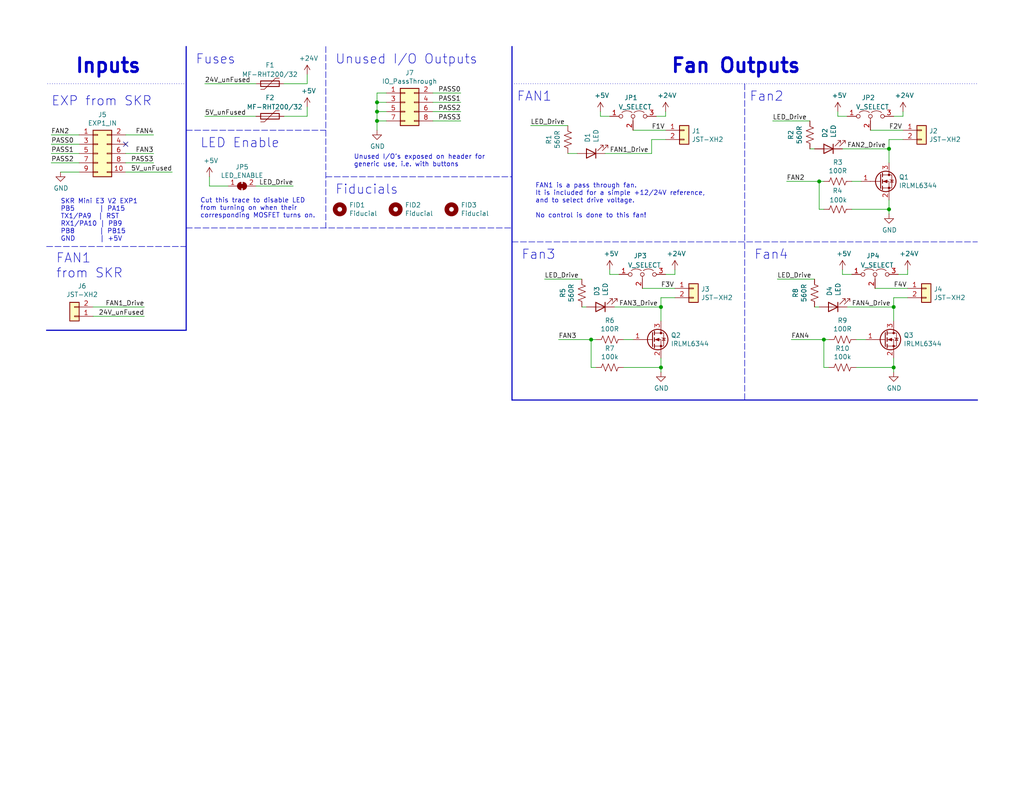
<source format=kicad_sch>
(kicad_sch (version 20211123) (generator eeschema)
  (paper "A")
  (title_block (title "SKR E3 Mini Fan Expander Lite") (date "2022-01-16") (rev "V1.0.4") (company "Voron Design") (comment 1 "Drawn by Dotdash32 (JDeW)"))
  (lib_symbols
    (symbol "Connector_Generic:Conn_01x02" (pin_names (offset 1.016) hide)
      (property "Reference" "J" (at 0 2.54 0))
      (property "Value" "Conn_01x02" (at 0 -5.08 0))
      (symbol "Conn_01x02_1_1"
        (rectangle (start -1.27 -2.413) (end 0 -2.667) (stroke (width 0.1524)))
        (rectangle (start -1.27 0.127) (end 0 -0.127) (stroke (width 0.1524)))
        (rectangle (start -1.27 1.27) (end 1.27 -3.81) (stroke (width 0.254)) (fill (type background)))
        (pin passive line (at -5.08 0 0) (length 3.81) (name "Pin_1") (number "1"))
        (pin passive line (at -5.08 -2.54 0) (length 3.81) (name "Pin_2") (number "2"))
      )
    )
    (symbol "Connector_Generic:Conn_02x04_Odd_Even" (pin_names (offset 1.016) hide)
      (property "Reference" "J" (at 1.27 5.08 0))
      (property "Value" "Conn_02x04_Odd_Even" (at 1.27 -7.62 0))
      (symbol "Conn_02x04_Odd_Even_1_1"
        (rectangle (start -1.27 -4.953) (end 0 -5.207) (stroke (width 0.1524)))
        (rectangle (start -1.27 -2.413) (end 0 -2.667) (stroke (width 0.1524)))
        (rectangle (start -1.27 0.127) (end 0 -0.127) (stroke (width 0.1524)))
        (rectangle (start -1.27 2.667) (end 0 2.413) (stroke (width 0.1524)))
        (rectangle (start -1.27 3.81) (end 3.81 -6.35) (stroke (width 0.254)) (fill (type background)))
        (rectangle (start 3.81 -4.953) (end 2.54 -5.207) (stroke (width 0.1524)))
        (rectangle (start 3.81 -2.413) (end 2.54 -2.667) (stroke (width 0.1524)))
        (rectangle (start 3.81 0.127) (end 2.54 -0.127) (stroke (width 0.1524)))
        (rectangle (start 3.81 2.667) (end 2.54 2.413) (stroke (width 0.1524)))
        (pin passive line (at -5.08 2.54 0) (length 3.81) (name "Pin_1") (number "1"))
        (pin passive line (at 7.62 2.54 180) (length 3.81) (name "Pin_2") (number "2"))
        (pin passive line (at -5.08 0 0) (length 3.81) (name "Pin_3") (number "3"))
        (pin passive line (at 7.62 0 180) (length 3.81) (name "Pin_4") (number "4"))
        (pin passive line (at -5.08 -2.54 0) (length 3.81) (name "Pin_5") (number "5"))
        (pin passive line (at 7.62 -2.54 180) (length 3.81) (name "Pin_6") (number "6"))
        (pin passive line (at -5.08 -5.08 0) (length 3.81) (name "Pin_7") (number "7"))
        (pin passive line (at 7.62 -5.08 180) (length 3.81) (name "Pin_8") (number "8"))
      )
    )
    (symbol "Connector_Generic:Conn_02x05_Odd_Even" (pin_names (offset 1.016) hide)
      (property "Reference" "J" (at 1.27 7.62 0))
      (property "Value" "Conn_02x05_Odd_Even" (at 1.27 -7.62 0))
      (symbol "Conn_02x05_Odd_Even_1_1"
        (rectangle (start -1.27 -4.953) (end 0 -5.207) (stroke (width 0.1524)))
        (rectangle (start -1.27 -2.413) (end 0 -2.667) (stroke (width 0.1524)))
        (rectangle (start -1.27 0.127) (end 0 -0.127) (stroke (width 0.1524)))
        (rectangle (start -1.27 2.667) (end 0 2.413) (stroke (width 0.1524)))
        (rectangle (start -1.27 5.207) (end 0 4.953) (stroke (width 0.1524)))
        (rectangle (start -1.27 6.35) (end 3.81 -6.35) (stroke (width 0.254)) (fill (type background)))
        (rectangle (start 3.81 -4.953) (end 2.54 -5.207) (stroke (width 0.1524)))
        (rectangle (start 3.81 -2.413) (end 2.54 -2.667) (stroke (width 0.1524)))
        (rectangle (start 3.81 0.127) (end 2.54 -0.127) (stroke (width 0.1524)))
        (rectangle (start 3.81 2.667) (end 2.54 2.413) (stroke (width 0.1524)))
        (rectangle (start 3.81 5.207) (end 2.54 4.953) (stroke (width 0.1524)))
        (pin passive line (at -5.08 5.08 0) (length 3.81) (name "Pin_1") (number "1"))
        (pin passive line (at 7.62 -5.08 180) (length 3.81) (name "Pin_10") (number "10"))
        (pin passive line (at 7.62 5.08 180) (length 3.81) (name "Pin_2") (number "2"))
        (pin passive line (at -5.08 2.54 0) (length 3.81) (name "Pin_3") (number "3"))
        (pin passive line (at 7.62 2.54 180) (length 3.81) (name "Pin_4") (number "4"))
        (pin passive line (at -5.08 0 0) (length 3.81) (name "Pin_5") (number "5"))
        (pin passive line (at 7.62 0 180) (length 3.81) (name "Pin_6") (number "6"))
        (pin passive line (at -5.08 -2.54 0) (length 3.81) (name "Pin_7") (number "7"))
        (pin passive line (at 7.62 -2.54 180) (length 3.81) (name "Pin_8") (number "8"))
        (pin passive line (at -5.08 -5.08 0) (length 3.81) (name "Pin_9") (number "9"))
      )
    )
    (symbol "Device:LED" (pin_numbers hide) (pin_names (offset 1.016) hide)
      (property "Reference" "D" (at 0 2.54 0))
      (property "Value" "LED" (at 0 -2.54 0))
      (symbol "LED_0_1"
        (polyline (pts (xy -1.27 -1.27) (xy -1.27 1.27)) (stroke (width 0.254)))
        (polyline (pts (xy -1.27 0) (xy 1.27 0)))
        (polyline (pts (xy 1.27 -1.27) (xy 1.27 1.27) (xy -1.27 0) (xy 1.27 -1.27)) (stroke (width 0.254)))
        (polyline (pts (xy -3.048 -0.762) (xy -4.572 -2.286) (xy -3.81 -2.286) (xy -4.572 -2.286) (xy -4.572 -1.524)))
        (polyline (pts (xy -1.778 -0.762) (xy -3.302 -2.286) (xy -2.54 -2.286) (xy -3.302 -2.286) (xy -3.302 -1.524)))
      )
      (symbol "LED_1_1"
        (pin passive line (at -3.81 0 0) (length 2.54) (name "K") (number "1"))
        (pin passive line (at 3.81 0 180) (length 2.54) (name "A") (number "2"))
      )
    )
    (symbol "Device:Polyfuse" (pin_numbers hide) (pin_names (offset 0))
      (property "Reference" "F" (at -2.54 0 90))
      (property "Value" "Polyfuse" (at 2.54 0 90))
      (symbol "Polyfuse_0_1"
        (rectangle (start -0.762 2.54) (end 0.762 -2.54) (stroke (width 0.254)))
        (polyline (pts (xy 0 2.54) (xy 0 -2.54)))
        (polyline (pts (xy -1.524 2.54) (xy -1.524 1.524) (xy 1.524 -1.524) (xy 1.524 -2.54)))
      )
      (symbol "Polyfuse_1_1"
        (pin passive line (at 0 3.81 270) (length 1.27) (name "~") (number "1"))
        (pin passive line (at 0 -3.81 90) (length 1.27) (name "~") (number "2"))
      )
    )
    (symbol "Device:Q_NMOS_GSD" (pin_names (offset 0) hide)
      (property "Reference" "Q" (at 5.08 1.27 0))
      (property "Value" "Q_NMOS_GSD" (at 5.08 -1.27 0))
      (symbol "Q_NMOS_GSD_0_1"
        (polyline (pts (xy 0.254 0) (xy -2.54 0)))
        (polyline (pts (xy 0.254 1.905) (xy 0.254 -1.905)) (stroke (width 0.254)))
        (polyline (pts (xy 0.762 -1.27) (xy 0.762 -2.286)) (stroke (width 0.254)))
        (polyline (pts (xy 0.762 0.508) (xy 0.762 -0.508)) (stroke (width 0.254)))
        (polyline (pts (xy 0.762 2.286) (xy 0.762 1.27)) (stroke (width 0.254)))
        (polyline (pts (xy 2.54 2.54) (xy 2.54 1.778)))
        (polyline (pts (xy 2.54 -2.54) (xy 2.54 0) (xy 0.762 0)))
        (polyline (pts (xy 0.762 -1.778) (xy 3.302 -1.778) (xy 3.302 1.778) (xy 0.762 1.778)))
        (polyline (pts (xy 1.016 0) (xy 2.032 0.381) (xy 2.032 -0.381) (xy 1.016 0)) (fill (type outline)))
        (polyline (pts (xy 2.794 0.508) (xy 2.921 0.381) (xy 3.683 0.381) (xy 3.81 0.254)))
        (polyline (pts (xy 3.302 0.381) (xy 2.921 -0.254) (xy 3.683 -0.254) (xy 3.302 0.381)))
        (circle (center 1.651 0) (radius 2.794) (stroke (width 0.254)))
        (circle (center 2.54 -1.778) (radius 0.254) (fill (type outline)))
        (circle (center 2.54 1.778) (radius 0.254) (fill (type outline)))
      )
      (symbol "Q_NMOS_GSD_1_1"
        (pin input line (at -5.08 0 0) (length 2.54) (name "G") (number "1"))
        (pin passive line (at 2.54 -5.08 90) (length 2.54) (name "S") (number "2"))
        (pin passive line (at 2.54 5.08 270) (length 2.54) (name "D") (number "3"))
      )
    )
    (symbol "Device:R_US" (pin_numbers hide) (pin_names (offset 0))
      (property "Reference" "R" (at 2.54 0 90))
      (property "Value" "R_US" (at -2.54 0 90))
      (symbol "R_US_0_1"
        (polyline (pts (xy 0 -2.286) (xy 0 -2.54)))
        (polyline (pts (xy 0 2.286) (xy 0 2.54)))
        (polyline (pts (xy 0 -0.762) (xy 1.016 -1.143) (xy 0 -1.524) (xy -1.016 -1.905) (xy 0 -2.286)))
        (polyline (pts (xy 0 0.762) (xy 1.016 0.381) (xy 0 0) (xy -1.016 -0.381) (xy 0 -0.762)))
        (polyline (pts (xy 0 2.286) (xy 1.016 1.905) (xy 0 1.524) (xy -1.016 1.143) (xy 0 0.762)))
      )
      (symbol "R_US_1_1"
        (pin passive line (at 0 3.81 270) (length 1.27) (name "~") (number "1"))
        (pin passive line (at 0 -3.81 90) (length 1.27) (name "~") (number "2"))
      )
    )
    (symbol "Jumper:Jumper_3_Open" (pin_names (offset 0) hide)
      (property "Reference" "JP" (at -2.54 -2.54 0))
      (property "Value" "Jumper_3_Open" (at 0 2.794 0))
      (symbol "Jumper_3_Open_0_0"
        (circle (center -3.302 0) (radius 0.508))
        (circle (center 0 0) (radius 0.508))
        (circle (center 3.302 0) (radius 0.508))
      )
      (symbol "Jumper_3_Open_0_1"
        (arc (start -0.254 1.016) (mid -1.651 1.4992) (end -3.048 1.016))
        (polyline (pts (xy 0 -0.508) (xy 0 -1.27)))
        (arc (start 3.048 1.016) (mid 1.651 1.4992) (end 0.254 1.016))
      )
      (symbol "Jumper_3_Open_1_1"
        (pin passive line (at -6.35 0 0) (length 2.54) (name "A") (number "1"))
        (pin input line (at 0 -3.81 90) (length 2.54) (name "C") (number "2"))
        (pin passive line (at 6.35 0 180) (length 2.54) (name "B") (number "3"))
      )
    )
    (symbol "Jumper:SolderJumper_2_Bridged" (pin_names (offset 0) hide)
      (property "Reference" "JP" (at 0 2.032 0))
      (property "Value" "SolderJumper_2_Bridged" (at 0 -2.54 0))
      (symbol "SolderJumper_2_Bridged_0_1"
        (rectangle (start -0.508 0.508) (end 0.508 -0.508) (fill (type outline)))
        (arc (start -0.254 1.016) (mid -1.27 0) (end -0.254 -1.016))
        (arc (start -0.254 1.016) (mid -1.27 0) (end -0.254 -1.016) (fill (type outline)))
        (polyline (pts (xy -0.254 1.016) (xy -0.254 -1.016)))
        (polyline (pts (xy 0.254 1.016) (xy 0.254 -1.016)))
        (arc (start 0.254 -1.016) (mid 1.27 0) (end 0.254 1.016))
        (arc (start 0.254 -1.016) (mid 1.27 0) (end 0.254 1.016) (fill (type outline)))
      )
      (symbol "SolderJumper_2_Bridged_1_1"
        (pin passive line (at -3.81 0 0) (length 2.54) (name "A") (number "1"))
        (pin passive line (at 3.81 0 180) (length 2.54) (name "B") (number "2"))
      )
    )
    (symbol "Mechanical:MountingHole" (pin_names (offset 1.016))
      (property "Reference" "H" (at 0 5.08 0))
      (property "Value" "MountingHole" (at 0 3.175 0))
      (symbol "MountingHole_0_1"
        (circle (center 0 0) (radius 1.27) (stroke (width 1.27)))
      )
    )
    (symbol "power:+24V" (power) (pin_names (offset 0))
      (property "Value" "+24V" (at 0 3.556 0))
      (symbol "+24V_0_1"
        (polyline (pts (xy -0.762 1.27) (xy 0 2.54)))
        (polyline (pts (xy 0 0) (xy 0 2.54)))
        (polyline (pts (xy 0 2.54) (xy 0.762 1.27)))
      )
      (symbol "+24V_1_1"
        (pin power_in line (at 0 0 90) (length 0) hide (name "+24V") (number "1"))
      )
    )
    (symbol "power:+5V" (power) (pin_names (offset 0))
      (property "Value" "+5V" (at 0 3.556 0))
      (symbol "+5V_0_1"
        (polyline (pts (xy -0.762 1.27) (xy 0 2.54)))
        (polyline (pts (xy 0 0) (xy 0 2.54)))
        (polyline (pts (xy 0 2.54) (xy 0.762 1.27)))
      )
      (symbol "+5V_1_1"
        (pin power_in line (at 0 0 90) (length 0) hide (name "+5V") (number "1"))
      )
    )
    (symbol "power:GND" (power) (pin_names (offset 0))
      (property "Value" "GND" (at 0 -3.81 0))
      (symbol "GND_0_1"
        (polyline (pts (xy 0 0) (xy 0 -1.27) (xy 1.27 -1.27) (xy 0 -2.54) (xy -1.27 -1.27) (xy 0 -1.27)))
      )
      (symbol "GND_1_1"
        (pin power_in line (at 0 0 270) (length 0) hide (name "GND") (number "1"))
      )
    )
  )
  (junction (at 180.34 83.82))
  (junction (at 102.87 30.48))
  (junction (at 243.84 83.82))
  (junction (at 224.79 92.71))
  (junction (at 242.57 40.64))
  (junction (at 223.52 49.53))
  (junction (at 102.87 27.94))
  (junction (at 180.34 100.33))
  (junction (at 161.29 92.71))
  (junction (at 102.87 33.02))
  (junction (at 242.57 57.15))
  (junction (at 243.84 100.33))
  (no_connect (at 34.29 39.37))
  (wire (pts (xy 226.06 100.33) (xy 224.79 100.33)))
  (wire (pts (xy 69.85 50.8) (xy 80.01 50.8)))
  (wire (pts (xy 62.23 50.8) (xy 57.15 50.8)))
  (wire (pts (xy 162.56 100.33) (xy 161.29 100.33)))
  (polyline (pts (xy 50.8 62.23) (xy 139.7 62.23)))
  (wire (pts (xy 223.52 83.82) (xy 222.25 83.82)))
  (wire (pts (xy 102.87 25.4) (xy 105.41 25.4)))
  (polyline (pts (xy 50.8 22.86) (xy 12.7 22.86)) (stroke (width 0) (type dot)))
  (wire (pts (xy 237.49 35.56) (xy 246.38 35.56)))
  (wire (pts (xy 102.87 35.56) (xy 102.87 33.02)))
  (wire (pts (xy 83.82 22.86) (xy 83.82 20.32)))
  (wire (pts (xy 184.15 81.28) (xy 180.34 81.28)))
  (wire (pts (xy 180.34 83.82) (xy 180.34 87.63)))
  (wire (pts (xy 77.47 22.86) (xy 83.82 22.86)))
  (wire (pts (xy 102.87 30.48) (xy 102.87 27.94)))
  (polyline (pts (xy 88.9 12.7) (xy 88.9 62.23)))
  (wire (pts (xy 175.26 78.74) (xy 184.15 78.74)))
  (wire (pts (xy 118.11 27.94) (xy 125.73 27.94)))
  (wire (pts (xy 223.52 57.15) (xy 223.52 49.53)))
  (wire (pts (xy 166.37 73.66) (xy 166.37 74.93)))
  (wire (pts (xy 181.61 38.1) (xy 177.8 38.1)))
  (wire (pts (xy 161.29 92.71) (xy 161.29 100.33)))
  (wire (pts (xy 228.6 30.48) (xy 228.6 31.75)))
  (wire (pts (xy 242.57 57.15) (xy 242.57 58.42)))
  (wire (pts (xy 233.68 100.33) (xy 243.84 100.33)))
  (wire (pts (xy 83.82 29.21) (xy 83.82 31.75)))
  (polyline (pts (xy 88.9 48.26) (xy 139.7 48.26)))
  (wire (pts (xy 247.65 74.93) (xy 247.65 73.66)))
  (wire (pts (xy 246.38 38.1) (xy 242.57 38.1)))
  (wire (pts (xy 232.41 57.15) (xy 242.57 57.15)))
  (wire (pts (xy 25.4 86.36) (xy 39.37 86.36)))
  (wire (pts (xy 105.41 33.02) (xy 102.87 33.02)))
  (wire (pts (xy 180.34 97.79) (xy 180.34 100.33)))
  (wire (pts (xy 167.64 83.82) (xy 180.34 83.82)))
  (wire (pts (xy 170.18 100.33) (xy 180.34 100.33)))
  (wire (pts (xy 166.37 74.93) (xy 168.91 74.93)))
  (wire (pts (xy 160.02 83.82) (xy 158.75 83.82)))
  (wire (pts (xy 21.59 39.37) (xy 13.97 39.37)))
  (wire (pts (xy 220.98 33.02) (xy 210.82 33.02)))
  (wire (pts (xy 181.61 74.93) (xy 184.15 74.93)))
  (wire (pts (xy 224.79 92.71) (xy 215.9 92.71)))
  (wire (pts (xy 34.29 44.45) (xy 41.91 44.45)))
  (wire (pts (xy 163.83 30.48) (xy 163.83 31.75)))
  (wire (pts (xy 222.25 40.64) (xy 220.98 40.64)))
  (wire (pts (xy 223.52 49.53) (xy 224.79 49.53)))
  (wire (pts (xy 233.68 92.71) (xy 236.22 92.71)))
  (polyline (pts (xy 50.8 35.56) (xy 88.9 35.56)))
  (wire (pts (xy 181.61 31.75) (xy 181.61 30.48)))
  (polyline (pts (xy 12.7 67.31) (xy 50.8 67.31)))
  (wire (pts (xy 41.91 36.83) (xy 34.29 36.83)))
  (wire (pts (xy 243.84 100.33) (xy 243.84 101.6)))
  (wire (pts (xy 13.97 36.83) (xy 21.59 36.83)))
  (wire (pts (xy 125.73 25.4) (xy 118.11 25.4)))
  (wire (pts (xy 242.57 38.1) (xy 242.57 40.64)))
  (wire (pts (xy 170.18 92.71) (xy 172.72 92.71)))
  (wire (pts (xy 172.72 35.56) (xy 181.61 35.56)))
  (polyline (pts (xy 203.2 22.86) (xy 203.2 109.22)))
  (wire (pts (xy 242.57 54.61) (xy 242.57 57.15)))
  (wire (pts (xy 231.14 83.82) (xy 243.84 83.82)))
  (wire (pts (xy 245.11 74.93) (xy 247.65 74.93)))
  (wire (pts (xy 180.34 100.33) (xy 180.34 101.6)))
  (wire (pts (xy 83.82 31.75) (xy 77.47 31.75)))
  (wire (pts (xy 229.87 40.64) (xy 242.57 40.64)))
  (wire (pts (xy 243.84 97.79) (xy 243.84 100.33)))
  (wire (pts (xy 57.15 50.8) (xy 57.15 48.26)))
  (polyline (pts (xy 50.8 90.17) (xy 50.8 12.7)) (stroke (width 0.3048) (type solid)))
  (wire (pts (xy 243.84 83.82) (xy 243.84 87.63)))
  (wire (pts (xy 243.84 81.28) (xy 243.84 83.82)))
  (wire (pts (xy 177.8 38.1) (xy 177.8 41.91)))
  (wire (pts (xy 224.79 57.15) (xy 223.52 57.15)))
  (wire (pts (xy 34.29 41.91) (xy 41.91 41.91)))
  (wire (pts (xy 180.34 81.28) (xy 180.34 83.82)))
  (wire (pts (xy 214.63 49.53) (xy 223.52 49.53)))
  (wire (pts (xy 177.8 41.91) (xy 165.1 41.91)))
  (wire (pts (xy 242.57 40.64) (xy 242.57 44.45)))
  (wire (pts (xy 238.76 78.74) (xy 247.65 78.74)))
  (polyline (pts (xy 139.7 109.22) (xy 266.7 109.22)) (stroke (width 0.3048) (type solid)))
  (wire (pts (xy 179.07 31.75) (xy 181.61 31.75)))
  (wire (pts (xy 232.41 74.93) (xy 229.87 74.93)))
  (wire (pts (xy 229.87 74.93) (xy 229.87 73.66)))
  (wire (pts (xy 154.94 41.91) (xy 157.48 41.91)))
  (polyline (pts (xy 12.7 90.17) (xy 50.8 90.17)) (stroke (width 0.3048) (type solid)))
  (wire (pts (xy 226.06 92.71) (xy 224.79 92.71)))
  (polyline (pts (xy 139.7 12.7) (xy 139.7 109.22)) (stroke (width 0.3048) (type solid)))
  (wire (pts (xy 247.65 81.28) (xy 243.84 81.28)))
  (wire (pts (xy 102.87 33.02) (xy 102.87 30.48)))
  (wire (pts (xy 184.15 74.93) (xy 184.15 73.66)))
  (wire (pts (xy 161.29 92.71) (xy 152.4 92.71)))
  (wire (pts (xy 224.79 92.71) (xy 224.79 100.33)))
  (wire (pts (xy 243.84 31.75) (xy 246.38 31.75)))
  (wire (pts (xy 228.6 31.75) (xy 231.14 31.75)))
  (wire (pts (xy 118.11 33.02) (xy 125.73 33.02)))
  (wire (pts (xy 105.41 30.48) (xy 102.87 30.48)))
  (wire (pts (xy 158.75 76.2) (xy 148.59 76.2)))
  (wire (pts (xy 246.38 31.75) (xy 246.38 30.48)))
  (wire (pts (xy 16.51 46.99) (xy 21.59 46.99)))
  (wire (pts (xy 144.78 34.29) (xy 154.94 34.29)))
  (wire (pts (xy 105.41 27.94) (xy 102.87 27.94)))
  (polyline (pts (xy 139.7 22.86) (xy 266.7 22.86)) (stroke (width 0) (type dot)))
  (wire (pts (xy 163.83 31.75) (xy 166.37 31.75)))
  (polyline (pts (xy 139.7 66.04) (xy 266.7 66.04)))
  (wire (pts (xy 55.88 22.86) (xy 69.85 22.86)))
  (wire (pts (xy 162.56 92.71) (xy 161.29 92.71)))
  (wire (pts (xy 102.87 27.94) (xy 102.87 25.4)))
  (wire (pts (xy 232.41 49.53) (xy 234.95 49.53)))
  (wire (pts (xy 69.85 31.75) (xy 55.88 31.75)))
  (wire (pts (xy 212.09 76.2) (xy 222.25 76.2)))
  (wire (pts (xy 21.59 41.91) (xy 13.97 41.91)))
  (wire (pts (xy 25.4 83.82) (xy 39.37 83.82)))
  (wire (pts (xy 21.59 44.45) (xy 13.97 44.45)))
  (wire (pts (xy 34.29 46.99) (xy 46.99 46.99)))
  (wire (pts (xy 125.73 30.48) (xy 118.11 30.48)))
  (text "Fan4" (at 205.74 71.12 0) (effects (font (size 2.54 2.54)) (justify left bottom)))
  (text "SKR Mini E3 V2 EXP1\nPB5       | PA15\nTX1/PA9  | RST\nRX1/PA10 | PB9\nPB8       | PB15\nGND       | +5V" (at 16.51 66.04 0) (effects (font (size 1.27 1.27)) (justify left bottom)))
  (text "Fan3" (at 142.24 71.12 0) (effects (font (size 2.54 2.54)) (justify left bottom)))
  (text "Fan Outputs" (at 182.88 20.32 0) (effects (font (size 3.81 3.81) (thickness 0.762) bold) (justify left bottom)))
  (text "LED Enable" (at 54.61 40.64 0) (effects (font (size 2.54 2.54)) (justify left bottom)))
  (text "EXP from SKR" (at 13.97 29.21 0) (effects (font (size 2.54 2.54)) (justify left bottom)))
  (text "Fiducials" (at 91.44 53.34 0) (effects (font (size 2.54 2.54)) (justify left bottom)))
  (text "Inputs" (at 20.32 20.32 0) (effects (font (size 3.81 3.81) (thickness 0.762) bold) (justify left bottom)))
  (text "FAN1\nfrom SKR" (at 15.24 76.2 0) (effects (font (size 2.54 2.54)) (justify left bottom)))
  (text "FAN1" (at 140.97 27.94 0) (effects (font (size 2.54 2.54)) (justify left bottom)))
  (text "FAN1 is a pass through fan.\nIt is included for a simple +12/24V reference,\nand to select drive voltage.\n\nNo control is done to this fan!" (at 146.05 59.69 0) (effects (font (size 1.27 1.27)) (justify left bottom)))
  (text "Unused I/O Outputs" (at 91.44 17.78 0) (effects (font (size 2.54 2.54)) (justify left bottom)))
  (text "Fan2" (at 204.47 27.94 0) (effects (font (size 2.54 2.54)) (justify left bottom)))
  (text "Fuses" (at 53.34 17.78 0) (effects (font (size 2.54 2.54)) (justify left bottom)))
  (text "Cut this trace to disable LED\nfrom turning on when their\ncorresponding MOSFET turns on." (at 54.61 59.69 0) (effects (font (size 1.27 1.27)) (justify left bottom)))
  (text "Unused I/O’s exposed on header for \ngeneric use, i.e. with buttons" (at 96.52 45.72 0) (effects (font (size 1.27 1.27)) (justify left bottom)))
  (label "LED_Drive" (at 144.78 34.29 0))
  (label "PASS1" (at 13.97 41.91 0))
  (label "FAN2" (at 13.97 36.83 0))
  (label "PASS0" (at 13.97 39.37 0))
  (label "24V_unFused" (at 39.37 86.36 180))
  (label "FAN4" (at 41.91 36.83 180))
  (label "FAN3_Drive" (at 168.91 83.82 0))
  (label "LED_Drive" (at 148.59 76.2 0))
  (label "F4V" (at 243.84 78.74 0))
  (label "FAN1_Drive" (at 39.37 83.82 180))
  (label "LED_Drive" (at 80.01 50.8 180))
  (label "24V_unFused" (at 55.88 22.86 0))
  (label "5V_unFused" (at 46.99 46.99 180))
  (label "PASS3" (at 125.73 33.02 180))
  (label "PASS1" (at 125.73 27.94 180))
  (label "LED_Drive" (at 210.82 33.02 0))
  (label "FAN2_Drive" (at 231.14 40.64 0))
  (label "PASS2" (at 13.97 44.45 0))
  (label "PASS0" (at 125.73 25.4 180))
  (label "F2V" (at 242.57 35.56 0))
  (label "F3V" (at 180.34 78.74 0))
  (label "FAN1_Drive" (at 166.37 41.91 0))
  (label "FAN3" (at 41.91 41.91 180))
  (label "FAN4" (at 215.9 92.71 0))
  (label "FAN2" (at 214.63 49.53 0))
  (label "F1V" (at 177.8 35.56 0))
  (label "PASS2" (at 125.73 30.48 180))
  (label "FAN4_Drive" (at 232.41 83.82 0))
  (label "PASS3" (at 41.91 44.45 180))
  (label "LED_Drive" (at 212.09 76.2 0))
  (label "FAN3" (at 152.4 92.71 0))
  (label "5V_unFused" (at 55.88 31.75 0))
  (symbol (lib_id "Connector_Generic:Conn_02x05_Odd_Even") (at 26.67 41.91 0) (unit 1)
    (property "Reference" "J5" (at 27.94 31.3182 0))
    (property "Value" "EXP1_IN" (at 27.94 33.6296 0))
    (property "Footprint" "Connectors_Multicomp:Multicomp_MC9A12-1034_2x05x2.54mm_Straight" (effects hide))
  )
  (symbol (lib_id "power:+5V") (at 83.82 29.21 0) (unit 1)
    (property "Reference" "#PWR0101" (effects hide))
    (property "Value" "+5V" (at 84.201 24.8158 0))
  )
  (symbol (lib_id "power:GND") (at 16.51 46.99 0) (unit 1)
    (property "Reference" "#PWR0102" (effects hide))
    (property "Value" "GND" (at 16.637 51.3842 0))
  )
  (symbol (lib_id "Connector_Generic:Conn_01x02") (at 20.32 86.36 180) (unit 1)
    (property "Reference" "J6" (at 22.4028 78.105 0))
    (property "Value" "JST-XH2" (at 22.4028 80.4164 0))
    (property "Footprint" "Connectors_JST:JST_XH_B02B-XH-A_02x2.50mm_Straight" (effects hide))
  )
  (symbol (lib_id "power:+24V") (at 83.82 20.32 0) (unit 1)
    (property "Reference" "#PWR0103" (effects hide))
    (property "Value" "+24V" (at 84.201 15.9258 0))
  )
  (symbol (lib_id "Device:Polyfuse") (at 73.66 31.75 270) (unit 1)
    (property "Reference" "F2" (at 72.39 26.67 90) (effects (justify left)))
    (property "Value" "MF-RHT200/32" (at 67.31 29.21 90) (effects (justify left)))
    (property "Footprint" "Fuse:Fuse_Bourns_MF-RHT200" (effects hide))
  )
  (symbol (lib_id "Device:Polyfuse") (at 73.66 22.86 90) (unit 1)
    (property "Reference" "F1" (at 74.93 17.78 90) (effects (justify left)))
    (property "Value" "MF-RHT200/32" (at 81.28 20.32 90) (effects (justify left)))
    (property "Footprint" "Fuse:Fuse_Bourns_MF-RHT200" (effects hide))
  )
  (symbol (lib_id "Connector_Generic:Conn_01x02") (at 186.69 35.56 0) (unit 1)
    (property "Reference" "J1" (at 188.722 35.7632 0) (effects (justify left)))
    (property "Value" "JST-XH2" (at 188.722 38.0746 0) (effects (justify left)))
    (property "Footprint" "Connectors_JST:JST_XH_B02B-XH-A_02x2.50mm_Straight" (effects hide))
  )
  (symbol (lib_id "Jumper:Jumper_3_Open") (at 172.72 31.75 0) (unit 1)
    (property "Reference" "JP1" (at 173.99 26.67 0) (effects (justify right)))
    (property "Value" "V_SELECT" (at 177.8 29.21 0) (effects (justify right)))
    (property "Footprint" "Pin_Headers:Pin_Header_Straight_1x03_Pitch2.54mm" (effects hide))
  )
  (symbol (lib_id "power:+5V") (at 163.83 30.48 0) (unit 1)
    (property "Reference" "#PWR08" (effects hide))
    (property "Value" "+5V" (at 164.211 26.0858 0))
  )
  (symbol (lib_id "power:+24V") (at 181.61 30.48 0) (unit 1)
    (property "Reference" "#PWR011" (effects hide))
    (property "Value" "+24V" (at 181.991 26.0858 0))
  )
  (symbol (lib_id "Device:R_US") (at 154.94 38.1 180) (unit 1)
    (property "Reference" "R1" (at 149.733 38.1 90))
    (property "Value" "560R" (at 152.0444 38.1 90))
    (property "Footprint" "Resistors_SMD:R_0603" (effects hide))
  )
  (symbol (lib_id "Device:LED") (at 161.29 41.91 180) (unit 1)
    (property "Reference" "D1" (at 160.2994 38.9382 90) (effects (justify right)))
    (property "Value" "LED" (at 162.6108 38.9382 90) (effects (justify right)))
    (property "Footprint" "LED_SMD:LED_1206_3216Metric_ReverseMount_Hole2.1x2.1mm" (effects hide))
  )
  (symbol (lib_id "Device:Q_NMOS_GSD") (at 240.03 49.53 0) (unit 1)
    (property "Reference" "Q1" (at 245.2624 48.3616 0) (effects (justify left)))
    (property "Value" "IRLML6344" (at 245.2624 50.673 0) (effects (justify left)))
    (property "Footprint" "TO_SOT_Packages_SMD:SOT-23" (effects hide))
  )
  (symbol (lib_id "Connector_Generic:Conn_01x02") (at 251.46 35.56 0) (unit 1)
    (property "Reference" "J2" (at 253.492 35.7632 0) (effects (justify left)))
    (property "Value" "JST-XH2" (at 253.492 38.0746 0) (effects (justify left)))
    (property "Footprint" "Connectors_JST:JST_XH_B02B-XH-A_02x2.50mm_Straight" (effects hide))
  )
  (symbol (lib_id "Jumper:Jumper_3_Open") (at 237.49 31.75 0) (unit 1)
    (property "Reference" "JP2" (at 238.76 26.67 0) (effects (justify right)))
    (property "Value" "V_SELECT" (at 242.57 29.21 0) (effects (justify right)))
    (property "Footprint" "Pin_Headers:Pin_Header_Straight_1x03_Pitch2.54mm" (effects hide))
  )
  (symbol (lib_id "power:+5V") (at 228.6 30.48 0) (unit 1)
    (property "Reference" "#PWR09" (effects hide))
    (property "Value" "+5V" (at 228.981 26.0858 0))
  )
  (symbol (lib_id "power:+24V") (at 246.38 30.48 0) (unit 1)
    (property "Reference" "#PWR012" (effects hide))
    (property "Value" "+24V" (at 246.761 26.0858 0))
  )
  (symbol (lib_id "Device:R_US") (at 220.98 36.83 180) (unit 1)
    (property "Reference" "R2" (at 215.773 36.83 90))
    (property "Value" "560R" (at 218.0844 36.83 90))
    (property "Footprint" "Resistors_SMD:R_0603" (effects hide))
  )
  (symbol (lib_id "Device:LED") (at 226.06 40.64 180) (unit 1)
    (property "Reference" "D2" (at 225.0694 37.6682 90) (effects (justify right)))
    (property "Value" "LED" (at 227.3808 37.6682 90) (effects (justify right)))
    (property "Footprint" "LED_SMD:LED_1206_3216Metric_ReverseMount_Hole2.1x2.1mm" (effects hide))
  )
  (symbol (lib_id "Device:R_US") (at 228.6 49.53 270) (unit 1)
    (property "Reference" "R3" (at 228.6 44.323 90))
    (property "Value" "100R" (at 228.6 46.6344 90))
    (property "Footprint" "Resistors_SMD:R_0603" (effects hide))
  )
  (symbol (lib_id "Device:R_US") (at 228.6 57.15 90) (unit 1)
    (property "Reference" "R4" (at 229.87 52.07 90) (effects (justify left)))
    (property "Value" "100k" (at 231.14 54.61 90) (effects (justify left)))
    (property "Footprint" "Resistors_SMD:R_0603" (effects hide))
  )
  (symbol (lib_id "power:GND") (at 242.57 58.42 0) (unit 1)
    (property "Reference" "#PWR010" (effects hide))
    (property "Value" "GND" (at 242.697 62.8142 0))
  )
  (symbol (lib_id "Device:Q_NMOS_GSD") (at 177.8 92.71 0) (unit 1)
    (property "Reference" "Q2" (at 183.0324 91.5416 0) (effects (justify left)))
    (property "Value" "IRLML6344" (at 183.0324 93.853 0) (effects (justify left)))
    (property "Footprint" "TO_SOT_Packages_SMD:SOT-23" (effects hide))
  )
  (symbol (lib_id "Connector_Generic:Conn_01x02") (at 189.23 78.74 0) (unit 1)
    (property "Reference" "J3" (at 191.262 78.9432 0) (effects (justify left)))
    (property "Value" "JST-XH2" (at 191.262 81.2546 0) (effects (justify left)))
    (property "Footprint" "Connectors_JST:JST_XH_B02B-XH-A_02x2.50mm_Straight" (effects hide))
  )
  (symbol (lib_id "Jumper:Jumper_3_Open") (at 175.26 74.93 0) (unit 1)
    (property "Reference" "JP3" (at 176.53 69.85 0) (effects (justify right)))
    (property "Value" "V_SELECT" (at 180.34 72.39 0) (effects (justify right)))
    (property "Footprint" "Pin_Headers:Pin_Header_Straight_1x03_Pitch2.54mm" (effects hide))
  )
  (symbol (lib_id "power:+5V") (at 166.37 73.66 0) (unit 1)
    (property "Reference" "#PWR013" (effects hide))
    (property "Value" "+5V" (at 166.751 69.2658 0))
  )
  (symbol (lib_id "power:+24V") (at 184.15 73.66 0) (unit 1)
    (property "Reference" "#PWR017" (effects hide))
    (property "Value" "+24V" (at 184.531 69.2658 0))
  )
  (symbol (lib_id "Device:R_US") (at 158.75 80.01 180) (unit 1)
    (property "Reference" "R5" (at 153.543 80.01 90))
    (property "Value" "560R" (at 155.8544 80.01 90))
    (property "Footprint" "Resistors_SMD:R_0603" (effects hide))
  )
  (symbol (lib_id "Device:LED") (at 163.83 83.82 180) (unit 1)
    (property "Reference" "D3" (at 162.8394 80.8482 90) (effects (justify right)))
    (property "Value" "LED" (at 165.1508 80.8482 90) (effects (justify right)))
    (property "Footprint" "LED_SMD:LED_1206_3216Metric_ReverseMount_Hole2.1x2.1mm" (effects hide))
  )
  (symbol (lib_id "Device:R_US") (at 166.37 92.71 270) (unit 1)
    (property "Reference" "R6" (at 166.37 87.503 90))
    (property "Value" "100R" (at 166.37 89.8144 90))
    (property "Footprint" "Resistors_SMD:R_0603" (effects hide))
  )
  (symbol (lib_id "Device:R_US") (at 166.37 100.33 270) (unit 1)
    (property "Reference" "R7" (at 166.37 95.123 90))
    (property "Value" "100k" (at 166.37 97.4344 90))
    (property "Footprint" "Resistors_SMD:R_0603" (effects hide))
  )
  (symbol (lib_id "power:GND") (at 180.34 101.6 0) (unit 1)
    (property "Reference" "#PWR015" (effects hide))
    (property "Value" "GND" (at 180.467 105.9942 0))
  )
  (symbol (lib_id "Mechanical:MountingHole") (at 92.71 57.15 0) (unit 1)
    (property "Reference" "FID1" (at 95.25 55.9816 0) (effects (justify left)))
    (property "Value" "Fiducial" (at 95.25 58.293 0) (effects (justify left)))
    (property "Footprint" "Fiducials:Fiducial_0.5mm_Dia_1mm_Outer" (effects hide))
  )
  (symbol (lib_id "Mechanical:MountingHole") (at 107.95 57.15 0) (unit 1)
    (property "Reference" "FID2" (at 110.49 55.9816 0) (effects (justify left)))
    (property "Value" "Fiducial" (at 110.49 58.293 0) (effects (justify left)))
    (property "Footprint" "Fiducials:Fiducial_0.5mm_Dia_1mm_Outer" (effects hide))
  )
  (symbol (lib_id "Mechanical:MountingHole") (at 123.19 57.15 0) (unit 1)
    (property "Reference" "FID3" (at 125.73 55.9816 0) (effects (justify left)))
    (property "Value" "Fiducial" (at 125.73 58.293 0) (effects (justify left)))
    (property "Footprint" "Fiducials:Fiducial_0.5mm_Dia_1mm_Outer" (effects hide))
  )
  (symbol (lib_id "Device:Q_NMOS_GSD") (at 241.3 92.71 0) (unit 1)
    (property "Reference" "Q3" (at 246.5324 91.5416 0) (effects (justify left)))
    (property "Value" "IRLML6344" (at 246.5324 93.853 0) (effects (justify left)))
    (property "Footprint" "TO_SOT_Packages_SMD:SOT-23" (effects hide))
  )
  (symbol (lib_id "Connector_Generic:Conn_01x02") (at 252.73 78.74 0) (unit 1)
    (property "Reference" "J4" (at 254.762 78.9432 0) (effects (justify left)))
    (property "Value" "JST-XH2" (at 254.762 81.2546 0) (effects (justify left)))
    (property "Footprint" "Connectors_JST:JST_XH_B02B-XH-A_02x2.50mm_Straight" (effects hide))
  )
  (symbol (lib_id "Jumper:Jumper_3_Open") (at 238.76 74.93 0) (unit 1)
    (property "Reference" "JP4" (at 240.03 69.85 0) (effects (justify right)))
    (property "Value" "V_SELECT" (at 243.84 72.39 0) (effects (justify right)))
    (property "Footprint" "Pin_Headers:Pin_Header_Straight_1x03_Pitch2.54mm" (effects hide))
  )
  (symbol (lib_id "power:+5V") (at 229.87 73.66 0) (unit 1)
    (property "Reference" "#PWR014" (effects hide))
    (property "Value" "+5V" (at 230.251 69.2658 0))
  )
  (symbol (lib_id "power:+24V") (at 247.65 73.66 0) (unit 1)
    (property "Reference" "#PWR018" (effects hide))
    (property "Value" "+24V" (at 248.031 69.2658 0))
  )
  (symbol (lib_id "Device:R_US") (at 222.25 80.01 180) (unit 1)
    (property "Reference" "R8" (at 217.043 80.01 90))
    (property "Value" "560R" (at 219.3544 80.01 90))
    (property "Footprint" "Resistors_SMD:R_0603" (effects hide))
  )
  (symbol (lib_id "Device:LED") (at 227.33 83.82 180) (unit 1)
    (property "Reference" "D4" (at 226.3394 80.8482 90) (effects (justify right)))
    (property "Value" "LED" (at 228.6508 80.8482 90) (effects (justify right)))
    (property "Footprint" "LED_SMD:LED_1206_3216Metric_ReverseMount_Hole2.1x2.1mm" (effects hide))
  )
  (symbol (lib_id "Device:R_US") (at 229.87 92.71 270) (unit 1)
    (property "Reference" "R9" (at 229.87 87.503 90))
    (property "Value" "100R" (at 229.87 89.8144 90))
    (property "Footprint" "Resistors_SMD:R_0603" (effects hide))
  )
  (symbol (lib_id "Device:R_US") (at 229.87 100.33 270) (unit 1)
    (property "Reference" "R10" (at 229.87 95.123 90))
    (property "Value" "100k" (at 229.87 97.4344 90))
    (property "Footprint" "Resistors_SMD:R_0603" (effects hide))
  )
  (symbol (lib_id "power:GND") (at 243.84 101.6 0) (unit 1)
    (property "Reference" "#PWR016" (effects hide))
    (property "Value" "GND" (at 243.967 105.9942 0))
  )
  (symbol (lib_id "power:+5V") (at 57.15 48.26 0) (unit 1)
    (property "Reference" "#PWR0104" (effects hide))
    (property "Value" "+5V" (at 57.531 43.8658 0))
  )
  (symbol (lib_id "Jumper:SolderJumper_2_Bridged") (at 66.04 50.8 0) (unit 1)
    (property "Reference" "JP5" (at 66.04 45.593 0))
    (property "Value" "LED_ENABLE" (at 66.04 47.9044 0))
    (property "Footprint" "Jumper:SolderJumper-2_P1.3mm_Pasted_RoundedPad1.0x1.5mm" (effects hide))
  )
  (symbol (lib_id "Connector_Generic:Conn_02x04_Odd_Even") (at 110.49 27.94 0) (unit 1)
    (property "Reference" "J7" (at 111.76 19.8882 0))
    (property "Value" "IO_PassThrough" (at 111.76 22.1996 0))
    (property "Footprint" "Pin_Headers:Pin_Header_Straight_2x04_Pitch2.54mm" (effects hide))
  )
  (symbol (lib_id "power:GND") (at 102.87 35.56 0) (unit 1)
    (property "Reference" "#PWR01" (effects hide))
    (property "Value" "GND" (at 102.997 39.9542 0))
  )
)
</source>
